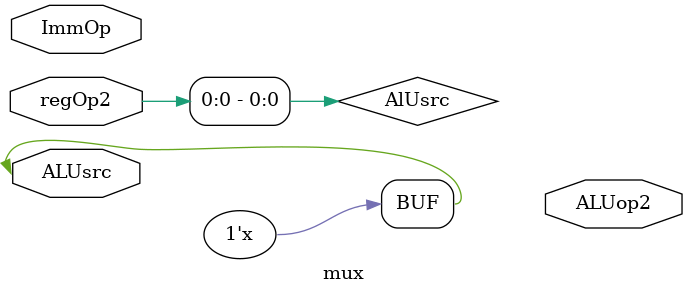
<source format=sv>
module mux #(
    D_WIDTH = 32
) (
    input   logic                ALUsrc,
    input   logic[D_WIDTH-1:0]   regOp2,
    input   logic[D_WIDTH-1:0]   ImmOp,
    output  logic[D_WIDTH-1:0]   ALUop2
);
always_comb
    if(ALUsrc)
        ALUsrc = ImmOp;
    else
        AlUsrc = regOp2;
    
endmodule

</source>
